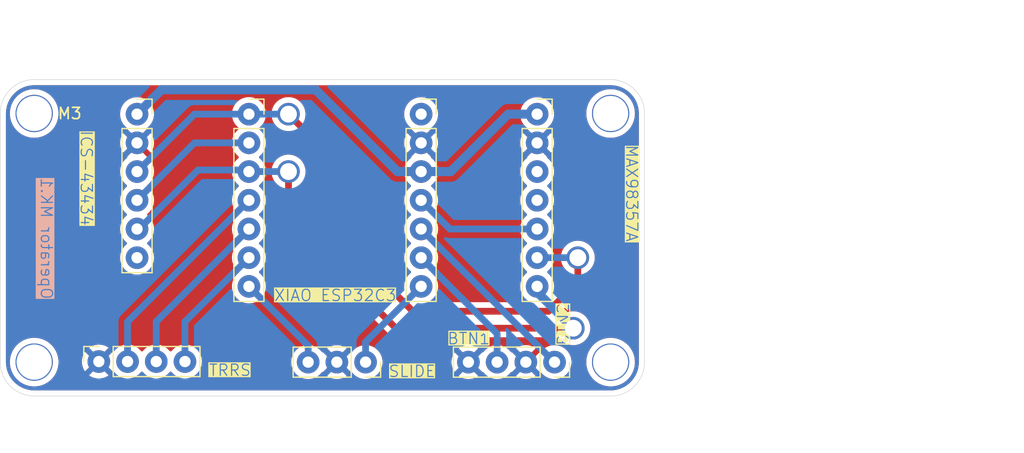
<source format=kicad_pcb>
(kicad_pcb (version 20241229) (generator "pcbnew") (generator_version "9.0")
  (layers (0 "F.Cu" signal) (2 "B.Cu" signal) (13 "F.Paste" user) (15 "B.Paste" user) (5 "F.SilkS" user "F.Silkscreen") (7 "B.SilkS" user "B.Silkscreen") (1 "F.Mask" user) (3 "B.Mask" user) (25 "Edge.Cuts" user))
  (net 0 "")
  (net 2 "BCLK")
  (net 3 "GND")
  (net 4 "LRC")
  (net 5 "3V")
  (net 6 "DOUT")
  (net 7 "DIN")
  (net 11 "D7")
  (net 12 "D9")
  (net 13 "D4")
  (net 14 "D8")
  (net 15 "D5")
  (net 16 "D6")
  (net 17 "D3")
  (footprint "Connector_PinSocket_2.54mm:PinSocket_1x07_P2.54mm_Vertical" (layer "F.Cu") (at 153.5 90.06)
    (property "Reference" "J4" (hide yes))
    (property "Value" "Speaker" (hide yes))
    (fp_line (start -1.33 1.27) (end -1.33 16.57) (stroke (width 0.12)) (layer "F.SilkS"))
    (fp_line (start -1.33 1.27) (end 1.33 1.27) (stroke (width 0.12)) (layer "F.SilkS"))
    (fp_line (start -1.33 16.57) (end 1.33 16.57) (stroke (width 0.12)) (layer "F.SilkS"))
    (fp_line (start 0 -1.33) (end 1.33 -1.33) (stroke (width 0.12)) (layer "F.SilkS"))
    (fp_line (start 1.33 -1.33) (end 1.33 0) (stroke (width 0.12)) (layer "F.SilkS"))
    (fp_line (start 1.33 1.27) (end 1.33 16.57) (stroke (width 0.12)) (layer "F.SilkS"))
    (pad "1" thru_hole circle (at 0 0) (size 2 2) (drill 1) (layers "*.Cu" "*.Mask") (net 5 "3V"))
    (pad "2" thru_hole circle (at 0 2.54) (size 2 2) (drill 1) (layers "*.Cu" "*.Mask") (net 3 "GND"))
    (pad "3" thru_hole circle (at 0 5.08) (size 2 2) (drill 1) (layers "*.Cu" "*.Mask"))
    (pad "4" thru_hole circle (at 0 7.62) (size 2 2) (drill 1) (layers "*.Cu" "*.Mask"))
    (pad "5" thru_hole circle (at 0 10.16) (size 2 2) (drill 1) (layers "*.Cu" "*.Mask") (net 7 "DIN"))
    (pad "6" thru_hole circle (at 0 12.7) (size 2 2) (drill 1) (layers "*.Cu" "*.Mask") (net 2 "BCLK"))
    (pad "7" thru_hole circle (at 0 15.24) (size 2 2) (drill 1) (layers "*.Cu" "*.Mask") (net 4 "LRC"))
  )
  (footprint "Connector_PinSocket_2.54mm:PinSocket_1x04_P2.54mm_Vertical" (layer "F.Cu") (at 155.04 112 -90)
    (property "Reference" "J3" (hide yes))
    (property "Value" "Buttons" (hide yes))
    (fp_line (start -1.33 8.95) (end 1.33 8.95) (stroke (width 0.12)) (layer "F.SilkS"))
    (fp_line (start -1.33 1.27) (end -1.33 8.95) (stroke (width 0.12)) (layer "F.SilkS"))
    (fp_line (start -1.33 1.27) (end 1.33 1.27) (stroke (width 0.12)) (layer "F.SilkS"))
    (fp_line (start 1.33 1.27) (end 1.33 8.95) (stroke (width 0.12)) (layer "F.SilkS"))
    (fp_line (start 0 -1.33) (end 1.33 -1.33) (stroke (width 0.12)) (layer "F.SilkS"))
    (fp_line (start 1.33 -1.33) (end 1.33 0) (stroke (width 0.12)) (layer "F.SilkS"))
    (pad "1" thru_hole circle (at 0 0 270) (size 2 2) (drill 1) (layers "*.Cu" "*.Mask") (net 12 "D9"))
    (pad "2" thru_hole circle (at 0 2.54 270) (size 2 2) (drill 1) (layers "*.Cu" "*.Mask") (net 3 "GND"))
    (pad "3" thru_hole circle (at 0 5.08 270) (size 2 2) (drill 1) (layers "*.Cu" "*.Mask") (net 14 "D8"))
    (pad "4" thru_hole circle (at 0 7.62 270) (size 2 2) (drill 1) (layers "*.Cu" "*.Mask") (net 3 "GND"))
  )
  (footprint "Connector_PinSocket_2.54mm:PinSocket_1x07_P2.54mm_Vertical" (layer "F.Cu") (at 128 90.06)
    (property "Reference" "J5" (hide yes))
    (property "Value" "Xiao Left" (hide yes))
    (fp_line (start -1.33 1.27) (end -1.33 16.57) (stroke (width 0.12)) (layer "F.SilkS"))
    (fp_line (start -1.33 1.27) (end 1.33 1.27) (stroke (width 0.12)) (layer "F.SilkS"))
    (fp_line (start -1.33 16.57) (end 1.33 16.57) (stroke (width 0.12)) (layer "F.SilkS"))
    (fp_line (start 0 -1.33) (end 1.33 -1.33) (stroke (width 0.12)) (layer "F.SilkS"))
    (fp_line (start 1.33 -1.33) (end 1.33 0) (stroke (width 0.12)) (layer "F.SilkS"))
    (fp_line (start 1.33 1.27) (end 1.33 16.57) (stroke (width 0.12)) (layer "F.SilkS"))
    (pad "1" thru_hole circle (at 0 0) (size 2 2) (drill 1) (layers "*.Cu" "*.Mask") (net 2 "BCLK"))
    (pad "2" thru_hole circle (at 0 2.54) (size 2 2) (drill 1) (layers "*.Cu" "*.Mask") (net 6 "DOUT"))
    (pad "3" thru_hole circle (at 0 5.08) (size 2 2) (drill 1) (layers "*.Cu" "*.Mask") (net 4 "LRC"))
    (pad "4" thru_hole circle (at 0 7.62) (size 2 2) (drill 1) (layers "*.Cu" "*.Mask") (net 17 "D3"))
    (pad "5" thru_hole circle (at 0 10.16) (size 2 2) (drill 1) (layers "*.Cu" "*.Mask") (net 13 "D4"))
    (pad "6" thru_hole circle (at 0 12.7) (size 2 2) (drill 1) (layers "*.Cu" "*.Mask") (net 15 "D5"))
    (pad "7" thru_hole circle (at 0 15.24) (size 2 2) (drill 1) (layers "*.Cu" "*.Mask") (net 16 "D6"))
  )
  (footprint "Connector_PinSocket_2.54mm:PinSocket_1x04_P2.54mm_Vertical" (layer "F.Cu") (at 114.72 111.95 90)
    (property "Reference" "J8" (hide yes))
    (property "Value" "TRRS Socket" (hide yes))
    (fp_line (start 1.33 -1.33) (end 1.33 0) (stroke (width 0.12)) (layer "F.SilkS"))
    (fp_line (start 0 -1.33) (end 1.33 -1.33) (stroke (width 0.12)) (layer "F.SilkS"))
    (fp_line (start 1.33 1.27) (end 1.33 8.95) (stroke (width 0.12)) (layer "F.SilkS"))
    (fp_line (start -1.33 1.27) (end 1.33 1.27) (stroke (width 0.12)) (layer "F.SilkS"))
    (fp_line (start -1.33 1.27) (end -1.33 8.95) (stroke (width 0.12)) (layer "F.SilkS"))
    (fp_line (start -1.33 8.95) (end 1.33 8.95) (stroke (width 0.12)) (layer "F.SilkS"))
    (pad "1" thru_hole circle (at 0 0 90) (size 2 2) (drill 1) (layers "*.Cu" "*.Mask") (net 3 "GND"))
    (pad "2" thru_hole circle (at 0 2.54 90) (size 2 2) (drill 1) (layers "*.Cu" "*.Mask") (net 17 "D3"))
    (pad "3" thru_hole circle (at 0 5.08 90) (size 2 2) (drill 1) (layers "*.Cu" "*.Mask") (net 13 "D4"))
    (pad "4" thru_hole circle (at 0 7.62 90) (size 2 2) (drill 1) (layers "*.Cu" "*.Mask") (net 15 "D5"))
  )
  (footprint "Connector_PinSocket_2.54mm:PinSocket_1x07_P2.54mm_Vertical" (layer "F.Cu") (at 143.235 90.06)
    (property "Reference" "J6" (hide yes))
    (property "Value" "Xiao Right" (hide yes))
    (fp_line (start -1.33 1.27) (end -1.33 16.57) (stroke (width 0.12)) (layer "F.SilkS"))
    (fp_line (start -1.33 1.27) (end 1.33 1.27) (stroke (width 0.12)) (layer "F.SilkS"))
    (fp_line (start -1.33 16.57) (end 1.33 16.57) (stroke (width 0.12)) (layer "F.SilkS"))
    (fp_line (start 0 -1.33) (end 1.33 -1.33) (stroke (width 0.12)) (layer "F.SilkS"))
    (fp_line (start 1.33 -1.33) (end 1.33 0) (stroke (width 0.12)) (layer "F.SilkS"))
    (fp_line (start 1.33 1.27) (end 1.33 16.57) (stroke (width 0.12)) (layer "F.SilkS"))
    (pad "1" thru_hole circle (at 0 0) (size 2 2) (drill 1) (layers "*.Cu" "*.Mask"))
    (pad "2" thru_hole circle (at 0 2.54) (size 2 2) (drill 1) (layers "*.Cu" "*.Mask") (net 3 "GND"))
    (pad "3" thru_hole circle (at 0 5.08) (size 2 2) (drill 1) (layers "*.Cu" "*.Mask") (net 5 "3V"))
    (pad "4" thru_hole circle (at 0 7.62) (size 2 2) (drill 1) (layers "*.Cu" "*.Mask") (net 7 "DIN"))
    (pad "5" thru_hole circle (at 0 10.16) (size 2 2) (drill 1) (layers "*.Cu" "*.Mask") (net 12 "D9"))
    (pad "6" thru_hole circle (at 0 12.7) (size 2 2) (drill 1) (layers "*.Cu" "*.Mask") (net 14 "D8"))
    (pad "7" thru_hole circle (at 0 15.24) (size 2 2) (drill 1) (layers "*.Cu" "*.Mask") (net 11 "D7"))
  )
  (footprint "" (layer "F.Cu") (at 160 112)
    (property "Reference" "" (at 0 0 0) (layer "F.SilkS") (effects (font (size 1.27 1.27))))
    (property "Value" "")
    (pad "" thru_hole circle (at 0 0) (size 3.3 3.3) (drill 3.1) (layers "*.Cu" "*.Mask"))
  )
  (footprint "Fab:MountingHole_M3" (layer "F.Cu") (at 109 90)
    (property "Reference" "REF**" (hide yes))
    (property "Value" "MountingHole_M3" (hide yes))
    (fp_text user "M3" (at 2 0 0) (layer "F.SilkS") (effects (font (thickness 0.15) (bold yes)) (justify left)))
    (pad "" thru_hole circle (at 0 0) (size 3.3 3.3) (drill 3.1) (layers "*.Cu" "*.Mask"))
  )
  (footprint "Connector_PinSocket_2.54mm:PinSocket_1x03_P2.54mm_Vertical" (layer "F.Cu") (at 138.32 112 -90)
    (property "Reference" "J1" (hide yes))
    (property "Value" "Slide Switch" (hide yes))
    (fp_line (start -1.33 6.41) (end 1.33 6.41) (stroke (width 0.12)) (layer "F.SilkS"))
    (fp_line (start -1.33 1.27) (end -1.33 6.41) (stroke (width 0.12)) (layer "F.SilkS"))
    (fp_line (start -1.33 1.27) (end 1.33 1.27) (stroke (width 0.12)) (layer "F.SilkS"))
    (fp_line (start 1.33 1.27) (end 1.33 6.41) (stroke (width 0.12)) (layer "F.SilkS"))
    (fp_line (start 0 -1.33) (end 1.33 -1.33) (stroke (width 0.12)) (layer "F.SilkS"))
    (fp_line (start 1.33 -1.33) (end 1.33 0) (stroke (width 0.12)) (layer "F.SilkS"))
    (pad "1" thru_hole circle (at 0 0 270) (size 2 2) (drill 1) (layers "*.Cu" "*.Mask") (net 11 "D7"))
    (pad "2" thru_hole circle (at 0 2.54 270) (size 2 2) (drill 1) (layers "*.Cu" "*.Mask") (net 3 "GND"))
    (pad "3" thru_hole circle (at 0 5.08 270) (size 2 2) (drill 1) (layers "*.Cu" "*.Mask") (net 16 "D6"))
  )
  (footprint "" (layer "F.Cu") (at 109 112)
    (property "Reference" "" (at 0 0 0) (layer "F.SilkS") (effects (font (size 1.27 1.27))))
    (property "Value" "")
    (pad "" thru_hole circle (at 0 0) (size 3.3 3.3) (drill 3.1) (layers "*.Cu" "*.Mask"))
  )
  (footprint "" (layer "F.Cu") (at 160 90)
    (property "Reference" "" (at 0 0 0) (layer "F.SilkS") (effects (font (size 1.27 1.27))))
    (property "Value" "")
    (pad "" thru_hole circle (at 0 0) (size 3.3 3.3) (drill 3.1) (layers "*.Cu" "*.Mask"))
  )
  (footprint "Connector_PinSocket_2.54mm:PinSocket_1x06_P2.54mm_Vertical" (layer "F.Cu") (at 118.1 90.06)
    (property "Reference" "J2" (hide yes))
    (property "Value" "Microphone" (hide yes))
    (fp_line (start -1.33 1.27) (end -1.33 14.03) (stroke (width 0.12)) (layer "F.SilkS"))
    (fp_line (start -1.33 1.27) (end 1.33 1.27) (stroke (width 0.12)) (layer "F.SilkS"))
    (fp_line (start -1.33 14.03) (end 1.33 14.03) (stroke (width 0.12)) (layer "F.SilkS"))
    (fp_line (start 0 -1.33) (end 1.33 -1.33) (stroke (width 0.12)) (layer "F.SilkS"))
    (fp_line (start 1.33 -1.33) (end 1.33 0) (stroke (width 0.12)) (layer "F.SilkS"))
    (fp_line (start 1.33 1.27) (end 1.33 14.03) (stroke (width 0.12)) (layer "F.SilkS"))
    (pad "1" thru_hole circle (at 0 0) (size 2 2) (drill 1) (layers "*.Cu" "*.Mask") (net 5 "3V"))
    (pad "2" thru_hole circle (at 0 2.54) (size 2 2) (drill 1) (layers "*.Cu" "*.Mask") (net 3 "GND"))
    (pad "3" thru_hole circle (at 0 5.08) (size 2 2) (drill 1) (layers "*.Cu" "*.Mask") (net 2 "BCLK"))
    (pad "4" thru_hole circle (at 0 7.62) (size 2 2) (drill 1) (layers "*.Cu" "*.Mask") (net 6 "DOUT"))
    (pad "5" thru_hole circle (at 0 10.16) (size 2 2) (drill 1) (layers "*.Cu" "*.Mask") (net 4 "LRC"))
    (pad "6" thru_hole circle (at 0 12.7) (size 2 2) (drill 1) (layers "*.Cu" "*.Mask"))
  )
  (gr_line (start 160 87) (end 109 87) (stroke (width 0.05)) (layer "Edge.Cuts"))
  (gr_arc (start 106 90) (mid 106.87868 87.87868) (end 109 87) (stroke (width 0.05)) (layer "Edge.Cuts"))
  (gr_arc (start 160 87) (mid 162.12132 87.87868) (end 163 90) (stroke (width 0.05)) (layer "Edge.Cuts"))
  (gr_line (start 106 90) (end 106 112) (stroke (width 0.05)) (layer "Edge.Cuts"))
  (gr_line (start 109 115) (end 160 115) (stroke (width 0.05)) (layer "Edge.Cuts"))
  (gr_line (start 163 112) (end 163 90) (stroke (width 0.05)) (layer "Edge.Cuts"))
  (gr_arc (start 109 115) (mid 106.87868 114.12132) (end 106 112) (stroke (width 0.05)) (layer "Edge.Cuts"))
  (gr_arc (start 163 112) (mid 162.12132 114.12132) (end 160 115) (stroke (width 0.05)) (layer "Edge.Cuts"))
  (gr_text "ICS-43434" (at 113.03 91.44 270) (layer "F.SilkS" knockout) (effects (font (size 1 1) (thickness 0.1)) (justify left bottom)))
  (gr_text "TRRS" (at 124.4 113.3 0) (layer "F.SilkS" knockout) (effects (font (size 1 1) (thickness 0.1)) (justify left bottom)))
  (gr_text "BTN1" (at 145.5 110.5 0) (layer "F.SilkS" knockout) (effects (font (size 1 1) (thickness 0.1)) (justify left bottom)))
  (gr_text "SLIDE" (at 140.3 113.4 0) (layer "F.SilkS" knockout) (effects (font (size 1 1) (thickness 0.1)) (justify left bottom)))
  (gr_text "XIAO ESP32C3" (at 130.175 106.68 0) (layer "F.SilkS" knockout) (effects (font (size 1 1) (thickness 0.1)) (justify left bottom)))
  (gr_text "BTN2" (at 156.4 110.6 90) (layer "F.SilkS" knockout) (effects (font (size 1 1) (thickness 0.1)) (justify left bottom)))
  (gr_text "MAX98357A" (at 161.29 92.71 270) (layer "F.SilkS" knockout) (effects (font (size 1 1) (thickness 0.1)) (justify left bottom)))
  (gr_text "Operator MK.1" (at 109.5 106.5 270) (layer "B.SilkS" knockout) (effects (font (size 1 1) (thickness 0.1)) (justify left bottom mirror)))
  (segment (start 131.5 90.06) (end 134 92.56) (width 0.6) (layer "F.Cu") (net 2))
  (segment (start 157.1 104.9) (end 157.1 102.76) (width 0.6) (layer "F.Cu") (net 2))
  (segment (start 142.5 107.5) (end 154.5 107.5) (width 0.6) (layer "F.Cu") (net 2))
  (segment (start 134 92.56) (end 134 99) (width 0.6) (layer "F.Cu") (net 2))
  (segment (start 134 99) (end 142.5 107.5) (width 0.6) (layer "F.Cu") (net 2))
  (segment (start 154.5 107.5) (end 157.1 104.9) (width 0.6) (layer "F.Cu") (net 2))
  (via (at 131.5 90.06) (size 2) (drill 1.49) (layers "F.Cu" "B.Cu") (net 2))
  (via (at 157.1 102.76) (size 2) (drill 1.49) (layers "F.Cu" "B.Cu") (net 2))
  (segment (start 128 90.06) (end 123.18 90.06) (width 0.6) (layer "B.Cu") (net 2))
  (segment (start 128 90.06) (end 131.5 90.06) (width 0.6) (layer "B.Cu") (net 2))
  (segment (start 123.18 90.06) (end 118.1 95.14) (width 0.6) (layer "B.Cu") (net 2))
  (segment (start 157.1 102.76) (end 153.5 102.76) (width 0.6) (layer "B.Cu") (net 2))
  (segment (start 152.8 112.42) (end 152.68 112.3) (width 0.4) (layer "F.Cu") (net 3))
  (segment (start 131.5 99.5) (end 131.5 95.14) (width 0.6) (layer "F.Cu") (net 4))
  (segment (start 141 109) (end 131.5 99.5) (width 0.6) (layer "F.Cu") (net 4))
  (segment (start 156.7 109) (end 141 109) (width 0.6) (layer "F.Cu") (net 4))
  (via (at 156.7 109) (size 2) (drill 1.49) (layers "F.Cu" "B.Cu") (net 4))
  (via (at 131.5 95.14) (size 2) (drill 1.49) (layers "F.Cu" "B.Cu") (net 4))
  (segment (start 156.7 109) (end 153.5 105.8) (width 0.8) (layer "B.Cu") (net 4))
  (segment (start 127.86 95) (end 123.5 95) (width 0.6) (layer "B.Cu") (net 4))
  (segment (start 128 95.14) (end 127.86 95) (width 0.6) (layer "B.Cu") (net 4))
  (segment (start 128 95.14) (end 131.5 95.14) (width 0.6) (layer "B.Cu") (net 4))
  (segment (start 118.28 100.22) (end 118.1 100.22) (width 0.6) (layer "B.Cu") (net 4))
  (segment (start 123.5 95) (end 118.28 100.22) (width 0.6) (layer "B.Cu") (net 4))
  (segment (start 153.5 105.8) (end 153.5 105.3) (width 0.8) (layer "B.Cu") (net 4))
  (segment (start 141.14 95.14) (end 143.235 95.14) (width 0.8) (layer "B.Cu") (net 5))
  (segment (start 145.86 95.14) (end 150.94 90.06) (width 0.8) (layer "B.Cu") (net 5))
  (segment (start 143.235 95.14) (end 145.86 95.14) (width 0.8) (layer "B.Cu") (net 5))
  (segment (start 150.94 90.06) (end 153.5 90.06) (width 0.8) (layer "B.Cu") (net 5))
  (segment (start 133.901 87.901) (end 141.14 95.14) (width 0.8) (layer "B.Cu") (net 5))
  (segment (start 118.1 90.06) (end 120.259 87.901) (width 0.8) (layer "B.Cu") (net 5))
  (segment (start 120.259 87.901) (end 133.901 87.901) (width 0.8) (layer "B.Cu") (net 5))
  (segment (start 123.18 92.6) (end 118.1 97.68) (width 0.6) (layer "B.Cu") (net 6))
  (segment (start 128 92.6) (end 123.18 92.6) (width 0.6) (layer "B.Cu") (net 6))
  (segment (start 143.235 97.68) (end 145.775 100.22) (width 0.6) (layer "B.Cu") (net 7))
  (segment (start 145.775 100.22) (end 153.5 100.22) (width 0.6) (layer "B.Cu") (net 7))
  (segment (start 138.5 111.94) (end 138.5 112.4) (width 0.4) (layer "F.Cu") (net 11))
  (segment (start 143.235 105.3) (end 138.32 110.215) (width 0.6) (layer "B.Cu") (net 11))
  (segment (start 138.32 110.215) (end 138.32 112) (width 0.6) (layer "B.Cu") (net 11))
  (segment (start 154.94 112.3) (end 155.22 112.3) (width 0.4) (layer "F.Cu") (net 12))
  (segment (start 155.22 111.72) (end 155.22 112.3) (width 0.4) (layer "F.Cu") (net 12))
  (segment (start 143.235 100.22) (end 155.015 112) (width 0.6) (layer "B.Cu") (net 12))
  (segment (start 155.015 112) (end 155.04 112) (width 0.6) (layer "B.Cu") (net 12))
  (segment (start 128 100.22) (end 119.8 108.42) (width 0.6) (layer "B.Cu") (net 13))
  (segment (start 119.8 108.42) (end 119.8 111.95) (width 0.6) (layer "B.Cu") (net 13))
  (segment (start 149.96 109.485) (end 149.96 112) (width 0.6) (layer "B.Cu") (net 14))
  (segment (start 143.235 102.76) (end 149.96 109.485) (width 0.6) (layer "B.Cu") (net 14))
  (segment (start 128 102.76) (end 122.34 108.42) (width 0.6) (layer "B.Cu") (net 15))
  (segment (start 122.34 108.42) (end 122.34 111.95) (width 0.6) (layer "B.Cu") (net 15))
  (segment (start 128 105.3) (end 133.24 110.54) (width 0.6) (layer "B.Cu") (net 16))
  (segment (start 133.24 110.54) (end 133.24 112) (width 0.6) (layer "B.Cu") (net 16))
  (segment (start 117.26 108.42) (end 117.26 111.95) (width 0.6) (layer "B.Cu") (net 17))
  (segment (start 128 97.68) (end 117.26 108.42) (width 0.6) (layer "B.Cu") (net 17))
  (zone (net 3) (net_name "GND") (layer "F.Cu") (connect_pads (clearance 0.5)) (min_thickness 0.25) (fill yes (thermal_gap 0.5) (thermal_bridge_width 0.5))
    (polygon (pts (xy 163 87) (xy 106 87) (xy 106 115) (xy 163 115)))
  )
  (zone (net 3) (net_name "GND") (layer "B.Cu") (priority 1) (connect_pads (clearance 0.5)) (min_thickness 0.25) (fill yes (thermal_gap 0.5) (thermal_bridge_width 0.5))
    (polygon (pts (xy 106 87) (xy 163 87) (xy 163 115) (xy 106 115)))
  )
)
</source>
